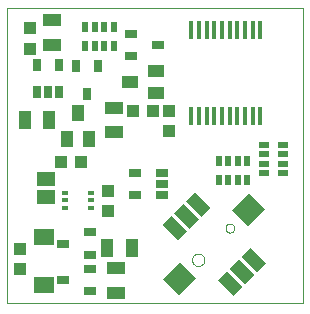
<source format=gtp>
G75*
G70*
%OFA0B0*%
%FSLAX24Y24*%
%IPPOS*%
%LPD*%
%AMOC8*
5,1,8,0,0,1.08239X$1,22.5*
%
%ADD10C,0.0000*%
%ADD11R,0.0728X0.0433*%
%ADD12R,0.0748X0.0787*%
%ADD13R,0.0276X0.0394*%
%ADD14R,0.0394X0.0420*%
%ADD15R,0.0591X0.0433*%
%ADD16R,0.0315X0.0394*%
%ADD17R,0.0394X0.0551*%
%ADD18R,0.0420X0.0394*%
%ADD19R,0.0433X0.0591*%
%ADD20R,0.0236X0.0157*%
%ADD21R,0.0394X0.0276*%
%ADD22R,0.0157X0.0591*%
%ADD23R,0.0394X0.0315*%
%ADD24R,0.0551X0.0394*%
%ADD25R,0.0197X0.0354*%
%ADD26R,0.0354X0.0197*%
%ADD27R,0.0670X0.0550*%
%ADD28R,0.0630X0.0460*%
D10*
X000841Y000938D02*
X000841Y010780D01*
X010684Y010780D01*
X010684Y000938D01*
X000841Y000938D01*
X006995Y002377D02*
X006997Y002405D01*
X007003Y002433D01*
X007012Y002459D01*
X007025Y002485D01*
X007041Y002508D01*
X007061Y002528D01*
X007083Y002546D01*
X007107Y002561D01*
X007133Y002572D01*
X007160Y002580D01*
X007188Y002584D01*
X007216Y002584D01*
X007244Y002580D01*
X007271Y002572D01*
X007297Y002561D01*
X007321Y002546D01*
X007343Y002528D01*
X007363Y002508D01*
X007379Y002485D01*
X007392Y002459D01*
X007401Y002433D01*
X007407Y002405D01*
X007409Y002377D01*
X007407Y002349D01*
X007401Y002321D01*
X007392Y002295D01*
X007379Y002269D01*
X007363Y002246D01*
X007343Y002226D01*
X007321Y002208D01*
X007297Y002193D01*
X007271Y002182D01*
X007244Y002174D01*
X007216Y002170D01*
X007188Y002170D01*
X007160Y002174D01*
X007133Y002182D01*
X007107Y002193D01*
X007083Y002208D01*
X007061Y002226D01*
X007041Y002246D01*
X007025Y002269D01*
X007012Y002295D01*
X007003Y002321D01*
X006997Y002349D01*
X006995Y002377D01*
X008112Y003435D02*
X008114Y003459D01*
X008120Y003482D01*
X008129Y003504D01*
X008142Y003524D01*
X008157Y003542D01*
X008176Y003557D01*
X008197Y003569D01*
X008219Y003577D01*
X008242Y003582D01*
X008266Y003583D01*
X008290Y003580D01*
X008312Y003573D01*
X008334Y003563D01*
X008354Y003550D01*
X008371Y003533D01*
X008385Y003514D01*
X008396Y003493D01*
X008404Y003470D01*
X008408Y003447D01*
X008408Y003423D01*
X008404Y003400D01*
X008396Y003377D01*
X008385Y003356D01*
X008371Y003337D01*
X008354Y003320D01*
X008334Y003307D01*
X008312Y003297D01*
X008290Y003290D01*
X008266Y003287D01*
X008242Y003288D01*
X008219Y003293D01*
X008197Y003301D01*
X008176Y003313D01*
X008157Y003328D01*
X008142Y003346D01*
X008129Y003366D01*
X008120Y003388D01*
X008114Y003411D01*
X008112Y003435D01*
D11*
G36*
X007299Y003812D02*
X006785Y004326D01*
X007091Y004632D01*
X007605Y004118D01*
X007299Y003812D01*
G37*
G36*
X006909Y003422D02*
X006395Y003936D01*
X006701Y004242D01*
X007215Y003728D01*
X006909Y003422D01*
G37*
G36*
X006520Y003032D02*
X006006Y003546D01*
X006312Y003852D01*
X006826Y003338D01*
X006520Y003032D01*
G37*
G36*
X008371Y001181D02*
X007857Y001695D01*
X008163Y002001D01*
X008677Y001487D01*
X008371Y001181D01*
G37*
G36*
X008761Y001571D02*
X008247Y002085D01*
X008553Y002391D01*
X009067Y001877D01*
X008761Y001571D01*
G37*
G36*
X009150Y001960D02*
X008636Y002474D01*
X008942Y002780D01*
X009456Y002266D01*
X009150Y001960D01*
G37*
D12*
G36*
X008868Y003514D02*
X008339Y004043D01*
X008894Y004598D01*
X009423Y004069D01*
X008868Y003514D01*
G37*
G36*
X006568Y001215D02*
X006039Y001744D01*
X006594Y002299D01*
X007123Y001770D01*
X006568Y001215D01*
G37*
D13*
X002578Y007958D03*
X002204Y007958D03*
X001830Y007958D03*
X001830Y008863D03*
X002578Y008863D03*
D14*
X001589Y009422D03*
X001589Y010091D03*
X006235Y007335D03*
X006235Y006666D03*
X004188Y004658D03*
X004188Y003989D03*
X001274Y002729D03*
X001274Y002060D03*
D15*
X004463Y002099D03*
X004463Y001272D03*
X004385Y006627D03*
X004385Y007454D03*
X002337Y009540D03*
X002337Y010367D03*
D16*
X003129Y008824D03*
X003877Y008824D03*
X003503Y007918D03*
D17*
X003204Y007276D03*
X003578Y006410D03*
X002830Y006410D03*
D18*
X002633Y005623D03*
X003302Y005623D03*
X005034Y007355D03*
X005704Y007355D03*
D19*
X002239Y007040D03*
X001412Y007040D03*
X004168Y002788D03*
X004995Y002788D03*
D20*
X003637Y004107D03*
X003637Y004363D03*
X003637Y004619D03*
X002770Y004619D03*
X002770Y004363D03*
X002770Y004107D03*
D21*
X005081Y004524D03*
X005081Y005272D03*
X005987Y005272D03*
X005987Y004898D03*
X005987Y004524D03*
D22*
X006973Y007188D03*
X007229Y007188D03*
X007485Y007188D03*
X007741Y007188D03*
X007997Y007188D03*
X008253Y007188D03*
X008509Y007188D03*
X008765Y007188D03*
X009020Y007188D03*
X009276Y007188D03*
X009276Y010042D03*
X009020Y010042D03*
X008765Y010042D03*
X008509Y010042D03*
X008253Y010042D03*
X007997Y010042D03*
X007741Y010042D03*
X007485Y010042D03*
X007229Y010042D03*
X006973Y010042D03*
D23*
X005869Y009544D03*
X004963Y009170D03*
X004963Y009918D03*
X003609Y003296D03*
X003609Y002548D03*
X003609Y002076D03*
X003609Y001328D03*
X002704Y001702D03*
X002704Y002922D03*
D24*
X005802Y007926D03*
X005802Y008674D03*
X004936Y008300D03*
D25*
X004385Y009521D03*
X004070Y009521D03*
X003755Y009521D03*
X003440Y009521D03*
X003440Y010150D03*
X003755Y010150D03*
X004070Y010150D03*
X004385Y010150D03*
X007889Y005662D03*
X008204Y005662D03*
X008519Y005662D03*
X008833Y005662D03*
X008833Y005032D03*
X008519Y005032D03*
X008204Y005032D03*
X007889Y005032D03*
D26*
X009385Y005269D03*
X009385Y005584D03*
X009385Y005898D03*
X009385Y006213D03*
X010015Y006213D03*
X010015Y005898D03*
X010015Y005584D03*
X010015Y005269D03*
D27*
X002062Y003151D03*
X002062Y001526D03*
D28*
X002141Y004457D03*
X002141Y005057D03*
M02*

</source>
